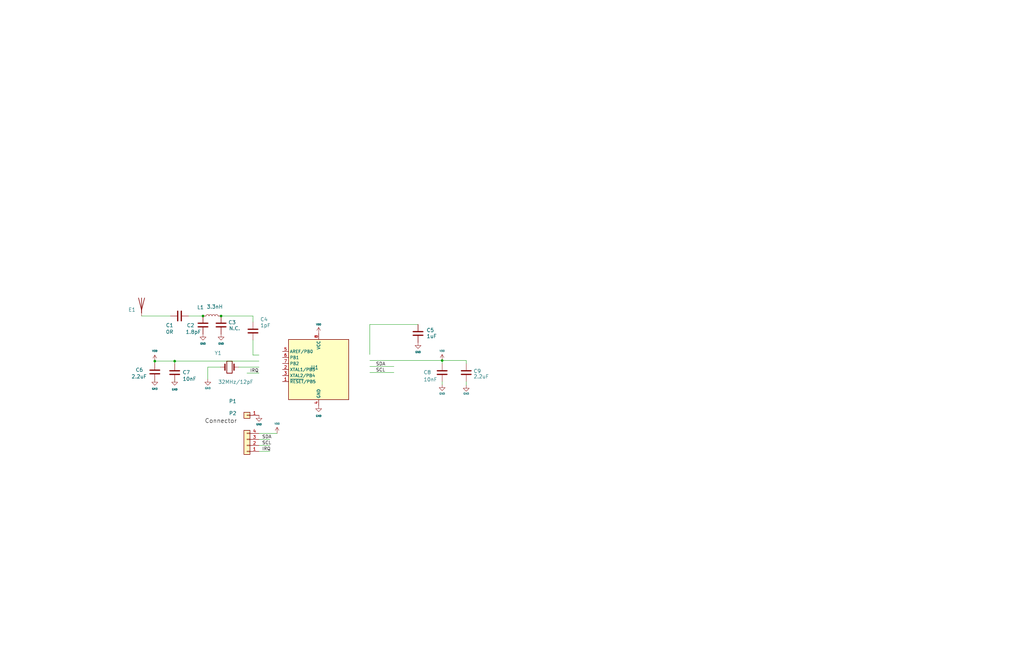
<source format=kicad_sch>
(kicad_sch (version 20230121) (generator eeschema)
  (paper "B")
  (title_block (title "BM7161-00-1_20191114-SchDoc") (date "10 02 2024"))
  (lib_symbols
    (symbol "Connector_Generic:Conn_01x01" (pin_names (offset 1.016) hide)
      (property "Reference" "J" (at 0 2.54 0))
      (property "Value" "Conn_01x01" (at 0 -2.54 0))
      (symbol "Conn_01x01_1_1"
        (rectangle (start -1.27 0.127) (end 0 -0.127) (stroke (width 0.1524)))
        (rectangle (start -1.27 1.27) (end 1.27 -1.27) (stroke (width 0.254)) (fill (type background)))
        (pin passive line (at -5.08 0 0) (length 3.81) (name "Pin_1") (number "1"))
      )
    )
    (symbol "Connector_Generic:Conn_01x04" (pin_names (offset 1.016) hide)
      (property "Reference" "J" (at 0 5.08 0))
      (property "Value" "Conn_01x04" (at 0 -7.62 0))
      (symbol "Conn_01x04_1_1"
        (rectangle (start -1.27 -4.953) (end 0 -5.207) (stroke (width 0.1524)))
        (rectangle (start -1.27 -2.413) (end 0 -2.667) (stroke (width 0.1524)))
        (rectangle (start -1.27 0.127) (end 0 -0.127) (stroke (width 0.1524)))
        (rectangle (start -1.27 2.667) (end 0 2.413) (stroke (width 0.1524)))
        (rectangle (start -1.27 3.81) (end 1.27 -6.35) (stroke (width 0.254)) (fill (type background)))
        (pin passive line (at -5.08 2.54 0) (length 3.81) (name "Pin_1") (number "1"))
        (pin passive line (at -5.08 0 0) (length 3.81) (name "Pin_2") (number "2"))
        (pin passive line (at -5.08 -2.54 0) (length 3.81) (name "Pin_3") (number "3"))
        (pin passive line (at -5.08 -5.08 0) (length 3.81) (name "Pin_4") (number "4"))
      )
    )
    (symbol "Device:Antenna" (pin_numbers hide) (pin_names (offset 1.016) hide)
      (property "Reference" "AE" (at -1.905 1.905 0))
      (property "Value" "Antenna" (at -1.905 0 0))
      (symbol "Antenna_0_1"
        (polyline (pts (xy 0 2.54) (xy 0 -3.81)) (stroke (width 0.254)))
        (polyline (pts (xy 1.27 2.54) (xy 0 -2.54) (xy -1.27 2.54)) (stroke (width 0.254)))
      )
      (symbol "Antenna_1_1"
        (pin input line (at 0 -5.08 90) (length 2.54) (name "A") (number "1"))
      )
    )
    (symbol "Device:C" (pin_numbers hide) (pin_names (offset 0.254))
      (property "Reference" "C" (at 0.635 2.54 0))
      (property "Value" "C" (at 0.635 -2.54 0))
      (symbol "C_0_1"
        (polyline (pts (xy -2.032 -0.762) (xy 2.032 -0.762)) (stroke (width 0.508)))
        (polyline (pts (xy -2.032 0.762) (xy 2.032 0.762)) (stroke (width 0.508)))
      )
      (symbol "C_1_1"
        (pin passive line (at 0 3.81 270) (length 2.794) (name "~") (number "1"))
        (pin passive line (at 0 -3.81 90) (length 2.794) (name "~") (number "2"))
      )
    )
    (symbol "Device:Crystal" (pin_numbers hide) (pin_names (offset 1.016) hide)
      (property "Reference" "Y" (at 0 3.81 0))
      (property "Value" "Crystal" (at 0 -3.81 0))
      (symbol "Crystal_0_1"
        (rectangle (start -1.143 2.54) (end 1.143 -2.54) (stroke (width 0.3048)))
        (polyline (pts (xy -2.54 0) (xy -1.905 0)))
        (polyline (pts (xy -1.905 -1.27) (xy -1.905 1.27)) (stroke (width 0.508)))
        (polyline (pts (xy 1.905 -1.27) (xy 1.905 1.27)) (stroke (width 0.508)))
        (polyline (pts (xy 2.54 0) (xy 1.905 0)))
      )
      (symbol "Crystal_1_1"
        (pin passive line (at -3.81 0 0) (length 1.27) (name "1") (number "1"))
        (pin passive line (at 3.81 0 180) (length 1.27) (name "2") (number "2"))
      )
    )
    (symbol "Device:L" (pin_numbers hide) (pin_names (offset 1.016) hide)
      (property "Reference" "L" (at -1.27 0 90))
      (property "Value" "L" (at 1.905 0 90))
      (symbol "L_0_1"
        (arc (start 0 -2.54) (mid 0.6323 -1.905) (end 0 -1.27))
        (arc (start 0 -1.27) (mid 0.6323 -0.635) (end 0 0))
        (arc (start 0 0) (mid 0.6323 0.635) (end 0 1.27))
        (arc (start 0 1.27) (mid 0.6323 1.905) (end 0 2.54))
      )
      (symbol "L_1_1"
        (pin passive line (at 0 3.81 270) (length 1.27) (name "1") (number "1"))
        (pin passive line (at 0 -3.81 90) (length 1.27) (name "2") (number "2"))
      )
    )
    (symbol "MCU_Microchip_ATtiny:ATtiny85-20S"
      (property "Reference" "U" (at -12.7 13.97 0))
      (property "Value" "ATtiny85-20S" (at 2.54 -13.97 0))
      (symbol "ATtiny85-20S_0_1"
        (rectangle (start -12.7 -12.7) (end 12.7 12.7) (stroke (width 0.254)) (fill (type background)))
      )
      (symbol "ATtiny85-20S_1_1"
        (pin bidirectional line (at 15.24 -5.08 180) (length 2.54) (name "~{RESET}/PB5") (number "1"))
        (pin bidirectional line (at 15.24 0 180) (length 2.54) (name "XTAL1/PB3") (number "2"))
        (pin bidirectional line (at 15.24 -2.54 180) (length 2.54) (name "XTAL2/PB4") (number "3"))
        (pin power_in line (at 0 -15.24 90) (length 2.54) (name "GND") (number "4"))
        (pin bidirectional line (at 15.24 7.62 180) (length 2.54) (name "AREF/PB0") (number "5"))
        (pin bidirectional line (at 15.24 5.08 180) (length 2.54) (name "PB1") (number "6"))
        (pin bidirectional line (at 15.24 2.54 180) (length 2.54) (name "PB2") (number "7"))
        (pin power_in line (at 0 15.24 270) (length 2.54) (name "VCC") (number "8"))
      )
    )
    (symbol "power:GND" (power) (pin_names (offset 0))
      (property "Value" "GND" (at 0 -3.81 0))
      (symbol "GND_0_1"
        (polyline (pts (xy 0 0) (xy 0 -1.27) (xy 1.27 -1.27) (xy 0 -2.54) (xy -1.27 -1.27) (xy 0 -1.27)))
      )
      (symbol "GND_1_1"
        (pin power_in line (at 0 0 270) (length 0) hide (name "GND") (number "1"))
      )
    )
    (symbol "power:VDD" (power) (pin_names (offset 0))
      (property "Value" "VDD" (at 0 3.81 0))
      (symbol "VDD_0_1"
        (polyline (pts (xy -0.762 1.27) (xy 0 2.54)))
        (polyline (pts (xy 0 0) (xy 0 2.54)))
        (polyline (pts (xy 0 2.54) (xy 0.762 1.27)))
      )
      (symbol "VDD_1_1"
        (pin power_in line (at 0 0 90) (length 0) hide (name "VDD") (number "1"))
      )
    )
  )
  (junction (at 73.66 152.4))
  (junction (at 65.278 152.4))
  (junction (at 93.218 133.35))
  (junction (at 186.436 152.146))
  (junction (at 85.598 133.35))
  (wire (pts (xy 186.436 152.146) (xy 186.436 153.416)))
  (wire (pts (xy 73.66 161.036) (xy 73.66 160.02)))
  (wire (pts (xy 113.792 185.42) (xy 109.22 185.42)))
  (wire (pts (xy 85.598 133.35) (xy 79.502 133.35)))
  (wire (pts (xy 65.278 160.782) (xy 65.278 160.02)))
  (wire (pts (xy 106.68 149.86) (xy 109.22 149.86)))
  (wire (pts (xy 65.278 153.162) (xy 65.278 152.4)))
  (wire (pts (xy 166.116 154.686) (xy 155.956 154.686)))
  (wire (pts (xy 113.792 190.5) (xy 109.22 190.5)))
  (wire (pts (xy 113.792 187.96) (xy 109.22 187.96)))
  (wire (pts (xy 186.436 152.146) (xy 196.596 152.146)))
  (wire (pts (xy 186.436 152.146) (xy 155.956 152.146)))
  (wire (pts (xy 100.584 154.94) (xy 109.22 154.94)))
  (wire (pts (xy 109.22 182.88) (xy 116.84 182.88)))
  (wire (pts (xy 106.68 133.35) (xy 106.68 135.89)))
  (wire (pts (xy 196.596 161.036) (xy 196.596 162.56)))
  (wire (pts (xy 73.66 153.416) (xy 73.66 152.4)))
  (wire (pts (xy 196.596 153.416) (xy 196.596 152.146)))
  (wire (pts (xy 155.956 136.906) (xy 155.956 149.606)))
  (wire (pts (xy 71.882 133.35) (xy 59.69 133.35)))
  (wire (pts (xy 186.436 161.036) (xy 186.436 162.306)))
  (wire (pts (xy 109.22 152.4) (xy 73.66 152.4)))
  (wire (pts (xy 73.66 152.4) (xy 65.278 152.4)))
  (wire (pts (xy 106.68 143.51) (xy 106.68 149.86)))
  (wire (pts (xy 155.956 157.226) (xy 166.116 157.226)))
  (wire (pts (xy 87.63 154.94) (xy 92.964 154.94)))
  (wire (pts (xy 93.218 133.35) (xy 106.68 133.35)))
  (wire (pts (xy 176.276 136.906) (xy 155.956 136.906)))
  (wire (pts (xy 87.63 160.02) (xy 87.63 154.94)))
  (wire (pts (xy 104.14 157.48) (xy 109.22 157.48)))
  (label "IRQ" (at 110.49 190.5 0) (effects (font (size 1.3716 1.3716))))
  (label "SCL" (at 158.496 157.226 0) (effects (font (size 1.3716 1.3716))))
  (label "Connector" (at 86.36 179.07 0) (effects (font (size 1.778 1.778))))
  (label "SDA" (at 110.49 185.42 0) (effects (font (size 1.3716 1.3716))))
  (label "IRQ" (at 105.41 157.48 0) (effects (font (size 1.3716 1.3716))))
  (label "SDA" (at 158.496 154.686 0) (effects (font (size 1.3716 1.3716))))
  (label "SCL" (at 110.49 187.96 0) (effects (font (size 1.3716 1.3716))))
  (symbol (lib_id "Device:C") (at 196.596 157.226 0) (unit 1)
    (property "Reference" "C9" (at 199.644 157.48 0) (effects (font (size 1.524 1.524)) (justify left bottom)))
    (property "Value" "2.2uF" (at 199.644 159.766 0) (effects (font (size 1.524 1.524)) (justify left bottom)))
    (property "Footprint" "Capacitor_SMD:C_0402_1005Metric" (effects hide))
  )
  (symbol (lib_id "Device:C") (at 186.436 157.226 0) (unit 1)
    (property "Reference" "C8" (at 178.562 157.988 0) (effects (font (size 1.524 1.524)) (justify left bottom)))
    (property "Value" "10nF" (at 178.562 161.036 0) (effects (font (size 1.524 1.524)) (justify left bottom)))
    (property "Footprint" "Capacitor_SMD:C_0402_1005Metric" (effects hide))
  )
  (symbol (lib_id "Device:C") (at 65.278 156.972 180) (unit 1)
    (property "Reference" "C6" (at 57.15 156.972 0) (effects (font (size 1.524 1.524)) (justify right top)))
    (property "Value" "2.2uF" (at 55.372 159.766 0) (effects (font (size 1.524 1.524)) (justify right top)))
    (property "Footprint" "Capacitor_SMD:C_0402_1005Metric" (effects hide))
  )
  (symbol (lib_id "Device:C") (at 73.66 157.226 0) (unit 1)
    (property "Reference" "C7" (at 76.962 157.988 0) (effects (font (size 1.524 1.524)) (justify left bottom)))
    (property "Value" "10nF" (at 76.962 160.782 0) (effects (font (size 1.524 1.524)) (justify left bottom)))
    (property "Footprint" "Capacitor_SMD:C_0402_1005Metric" (effects hide))
  )
  (symbol (lib_id "MCU_Microchip_ATtiny:ATtiny85-20S") (at 134.366 155.956 0) (mirror y) (unit 1)
    (property "Reference" "U1" (at 134.366 155.956 0) (effects (font (size 1.524 1.524)) (justify left bottom)))
    (property "Footprint" "Package_SO:SOIC-8W_5.3x5.3mm_P1.27mm" (effects hide))
    (property "Datasheet" "http://ww1.microchip.com/downloads/en/DeviceDoc/atmel-2586-avr-8-bit-microcontroller-attiny25-attiny45-attiny85_datasheet.pdf" (effects hide))
  )
  (symbol (lib_id "Device:Crystal") (at 96.774 154.94 180) (unit 1)
    (property "Reference" "Y1" (at 90.424 149.86 0) (effects (font (size 1.524 1.524)) (justify right top)))
    (property "Value" "32MHz/12pF" (at 91.948 162.052 0) (effects (font (size 1.524 1.524)) (justify right top)))
    (property "Footprint" "Crystal:Crystal_SMD_Abracon_ABM8G-4Pin_3.2x2.5mm" (effects hide))
  )
  (symbol (lib_id "Device:C") (at 85.598 137.16 0) (unit 1)
    (property "Reference" "C2" (at 78.74 138.176 0) (effects (font (size 1.524 1.524)) (justify left bottom)))
    (property "Value" "1.8pF" (at 78.232 140.97 0) (effects (font (size 1.524 1.524)) (justify left bottom)))
    (property "Footprint" "Capacitor_SMD:C_0402_1005Metric" (effects hide))
  )
  (symbol (lib_id "Device:L") (at 89.408 133.35 90) (unit 1)
    (property "Reference" "L1" (at 83.058 130.556 90) (effects (font (size 1.524 1.524)) (justify right top)))
    (property "Value" "3.3nH" (at 87.122 130.302 90) (effects (font (size 1.524 1.524)) (justify right top)))
    (property "Footprint" "Inductor_SMD:L_0402_1005Metric" (effects hide))
  )
  (symbol (lib_id "Connector_Generic:Conn_01x04") (at 104.14 187.96 180) (unit 1) (in_bom no)
    (property "Reference" "P2" (at 96.52 175.26 0) (effects (font (size 1.524 1.524)) (justify right top)))
  )
  (symbol (lib_id "Connector_Generic:Conn_01x01") (at 104.14 175.26 180) (unit 1) (in_bom no)
    (property "Reference" "P1" (at 96.52 170.18 0) (effects (font (size 1.524 1.524)) (justify right top)))
    (property "Type" "Connector" (effects hide))
  )
  (symbol (lib_id "Device:Antenna") (at 59.69 128.27 0) (unit 1) (in_bom no)
    (property "Reference" "E1" (at 54.102 131.572 0) (effects (font (size 1.524 1.524)) (justify left bottom)))
  )
  (symbol (lib_id "Device:C") (at 75.692 133.35 90) (unit 1)
    (property "Reference" "C1" (at 73.152 136.398 90) (effects (font (size 1.524 1.524)) (justify left bottom)))
    (property "Value" "0R" (at 73.152 139.192 90) (effects (font (size 1.524 1.524)) (justify left bottom)))
    (property "Footprint" "Capacitor_SMD:C_0402_1005Metric" (effects hide))
  )
  (symbol (lib_id "Device:C") (at 106.68 139.7 0) (unit 1)
    (property "Reference" "C4" (at 109.728 135.636 0) (effects (font (size 1.524 1.524)) (justify left bottom)))
    (property "Value" "1pF" (at 109.728 138.176 0) (effects (font (size 1.524 1.524)) (justify left bottom)))
    (property "Footprint" "Capacitor_SMD:C_0402_1005Metric" (effects hide))
  )
  (symbol (lib_id "Device:C") (at 176.276 140.716 180) (unit 1)
    (property "Reference" "C5" (at 179.832 140.208 0) (effects (font (size 1.524 1.524)) (justify right top)))
    (property "Value" "1uF" (at 179.832 142.748 0) (effects (font (size 1.524 1.524)) (justify right top)))
    (property "Footprint" "Capacitor_SMD:C_0402_1005Metric" (effects hide))
  )
  (symbol (lib_id "Device:C") (at 93.218 137.16 0) (unit 1)
    (property "Reference" "C3" (at 96.266 136.906 0) (effects (font (size 1.524 1.524)) (justify left bottom)))
    (property "Value" "N.C." (at 96.52 139.446 0) (effects (font (size 1.524 1.524)) (justify left bottom)))
    (property "Footprint" "Capacitor_SMD:C_0402_1005Metric" (effects hide))
  )
  (symbol (lib_id "power:GND") (at 109.22 175.26 0) (unit 1)
    (property "Reference" "#GND_010" (effects hide))
    (property "Value" "GND" (at 109.22 179.07 0) (effects (font (size 0.762 0.762))))
  )
  (symbol (lib_id "power:VDD") (at 116.84 182.88 0) (unit 1)
    (property "Reference" "#VDD_03" (effects hide))
    (property "Value" "VDD" (at 116.84 178.816 0) (effects (font (size 0.762 0.762))))
  )
  (symbol (lib_id "power:GND") (at 196.596 162.56 0) (unit 1)
    (property "Reference" "#GND_09" (effects hide))
    (property "Value" "GND" (at 196.596 166.116 0) (effects (font (size 0.762 0.762))))
  )
  (symbol (lib_id "power:GND") (at 134.366 171.196 0) (unit 1)
    (property "Reference" "#GND_08" (effects hide))
    (property "Value" "GND" (at 134.366 175.514 0) (effects (font (size 0.762 0.762))))
  )
  (symbol (lib_id "power:GND") (at 186.436 162.306 0) (unit 1)
    (property "Reference" "#GND_07" (effects hide))
    (property "Value" "GND" (at 186.436 166.116 0) (effects (font (size 0.762 0.762))))
  )
  (symbol (lib_id "power:GND") (at 176.276 144.526 0) (unit 1)
    (property "Reference" "#GND_06" (effects hide))
    (property "Value" "GND" (at 176.276 148.59 0) (effects (font (size 0.762 0.762))))
  )
  (symbol (lib_id "power:GND") (at 87.63 160.02 0) (unit 1)
    (property "Reference" "#GND_05" (effects hide))
    (property "Value" "GND" (at 87.63 163.83 0) (effects (font (size 0.762 0.762))))
  )
  (symbol (lib_id "power:GND") (at 73.66 160.02 0) (unit 1)
    (property "Reference" "#GND_04" (effects hide))
    (property "Value" "GND" (at 73.66 164.338 0) (effects (font (size 0.762 0.762))))
  )
  (symbol (lib_id "power:GND") (at 65.278 160.02 0) (unit 1)
    (property "Reference" "#GND_03" (effects hide))
    (property "Value" "GND" (at 65.278 164.084 0) (effects (font (size 0.762 0.762))))
  )
  (symbol (lib_id "power:GND") (at 93.218 140.97 0) (unit 1)
    (property "Reference" "#GND_02" (effects hide))
    (property "Value" "GND" (at 93.218 145.034 0) (effects (font (size 0.762 0.762))))
  )
  (symbol (lib_id "power:GND") (at 85.598 140.97 0) (unit 1)
    (property "Reference" "#GND0101" (effects hide))
    (property "Value" "GND" (at 85.598 145.034 0) (effects (font (size 0.762 0.762))))
  )
  (symbol (lib_id "power:VDD") (at 186.436 152.146 0) (unit 1)
    (property "Reference" "#VDD_02" (effects hide))
    (property "Value" "VDD" (at 186.436 148.082 0) (effects (font (size 0.762 0.762))))
  )
  (symbol (lib_id "power:VDD") (at 65.278 152.4 0) (unit 1)
    (property "Reference" "#VDD0101" (effects hide))
    (property "Value" "VDD" (at 65.278 148.082 0) (effects (font (size 0.762 0.762))))
  )
  (symbol (lib_id "power:VDD") (at 134.366 140.716 0) (unit 1)
    (property "Reference" "#VDD_01" (effects hide))
    (property "Value" "VDD" (at 134.366 136.906 0) (effects (font (size 0.762 0.762))))
  )
)
</source>
